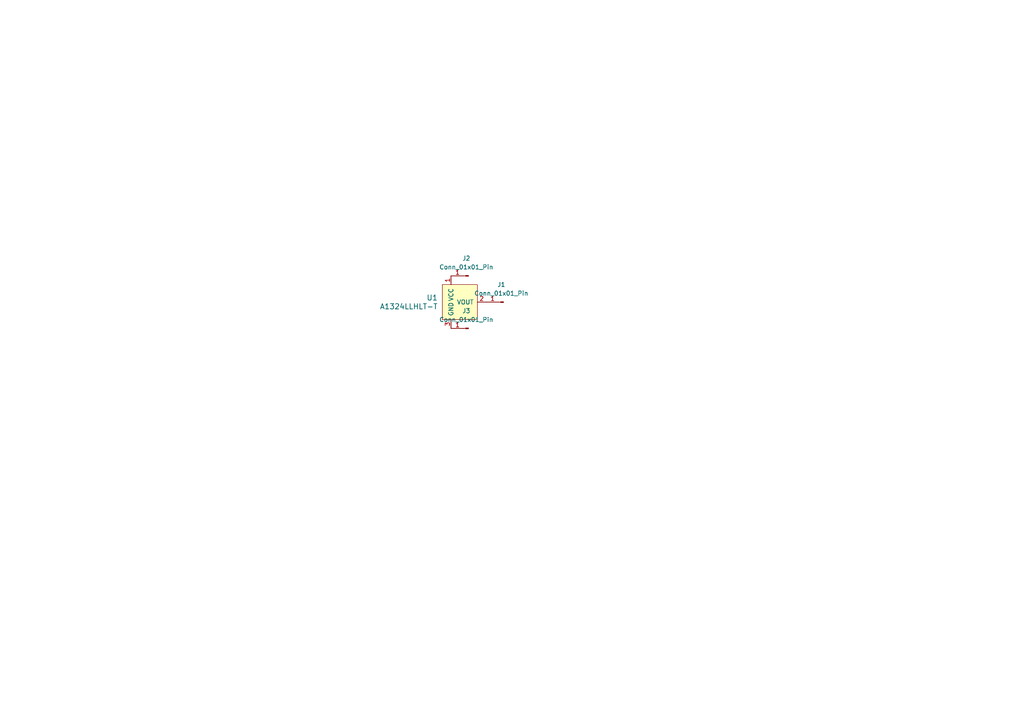
<source format=kicad_sch>
(kicad_sch (version 20230121) (generator eeschema)

  (uuid 6dd89338-8bab-443b-91ff-dff7ebb7d9e8)

  (paper "A4")

  (lib_symbols
    (symbol "Connector:Conn_01x01_Pin" (pin_names (offset 1.016) hide) (in_bom yes) (on_board yes)
      (property "Reference" "J" (at 0 2.54 0)
        (effects (font (size 1.27 1.27)))
      )
      (property "Value" "Conn_01x01_Pin" (at 0 -2.54 0)
        (effects (font (size 1.27 1.27)))
      )
      (property "Footprint" "" (at 0 0 0)
        (effects (font (size 1.27 1.27)) hide)
      )
      (property "Datasheet" "~" (at 0 0 0)
        (effects (font (size 1.27 1.27)) hide)
      )
      (property "ki_locked" "" (at 0 0 0)
        (effects (font (size 1.27 1.27)))
      )
      (property "ki_keywords" "connector" (at 0 0 0)
        (effects (font (size 1.27 1.27)) hide)
      )
      (property "ki_description" "Generic connector, single row, 01x01, script generated" (at 0 0 0)
        (effects (font (size 1.27 1.27)) hide)
      )
      (property "ki_fp_filters" "Connector*:*_1x??_*" (at 0 0 0)
        (effects (font (size 1.27 1.27)) hide)
      )
      (symbol "Conn_01x01_Pin_1_1"
        (polyline
          (pts
            (xy 1.27 0)
            (xy 0.8636 0)
          )
          (stroke (width 0.1524) (type default))
          (fill (type none))
        )
        (rectangle (start 0.8636 0.127) (end 0 -0.127)
          (stroke (width 0.1524) (type default))
          (fill (type outline))
        )
        (pin passive line (at 5.08 0 180) (length 3.81)
          (name "Pin_1" (effects (font (size 1.27 1.27))))
          (number "1" (effects (font (size 1.27 1.27))))
        )
      )
    )
    (symbol "dk_Magnetic-Sensors-Linear-Compass-ICs:A1324LLHLT-T" (pin_names (offset 1.016)) (in_bom yes) (on_board yes)
      (property "Reference" "U" (at -5.08 7.62 0)
        (effects (font (size 1.524 1.524)))
      )
      (property "Value" "A1324LLHLT-T" (at 2.54 -7.62 0)
        (effects (font (size 1.524 1.524)) (justify left))
      )
      (property "Footprint" "digikey-footprints:SOT-23W" (at 5.08 5.08 0)
        (effects (font (size 1.524 1.524)) (justify left) hide)
      )
      (property "Datasheet" "https://www.allegromicro.com/~/media/Files/Datasheets/A1324-5-6-Datasheet.ashx" (at 5.08 7.62 0)
        (effects (font (size 1.524 1.524)) (justify left) hide)
      )
      (property "Digi-Key_PN" "620-1402-1-ND" (at 5.08 10.16 0)
        (effects (font (size 1.524 1.524)) (justify left) hide)
      )
      (property "MPN" "A1324LLHLT-T" (at 5.08 12.7 0)
        (effects (font (size 1.524 1.524)) (justify left) hide)
      )
      (property "Category" "Sensors, Transducers" (at 5.08 15.24 0)
        (effects (font (size 1.524 1.524)) (justify left) hide)
      )
      (property "Family" "Magnetic Sensors - Linear, Compass (ICs)" (at 5.08 17.78 0)
        (effects (font (size 1.524 1.524)) (justify left) hide)
      )
      (property "DK_Datasheet_Link" "https://www.allegromicro.com/~{/media/Files/Datasheets/A1324-5-6-Datasheet.ashx}" (at 5.08 20.32 0)
        (effects (font (size 1.524 1.524)) (justify left) hide)
      )
      (property "DK_Detail_Page" "/product-detail/en/allegro-microsystems-llc/A1324LLHLT-T/620-1402-1-ND/2639992" (at 5.08 22.86 0)
        (effects (font (size 1.524 1.524)) (justify left) hide)
      )
      (property "Description" "SENSOR HALL EFFECT ANALOG SOT23W" (at 5.08 25.4 0)
        (effects (font (size 1.524 1.524)) (justify left) hide)
      )
      (property "Manufacturer" "Allegro MicroSystems, LLC" (at 5.08 27.94 0)
        (effects (font (size 1.524 1.524)) (justify left) hide)
      )
      (property "Status" "Active" (at 5.08 30.48 0)
        (effects (font (size 1.524 1.524)) (justify left) hide)
      )
      (property "ki_keywords" "620-1402-1-ND" (at 0 0 0)
        (effects (font (size 1.27 1.27)) hide)
      )
      (property "ki_description" "SENSOR HALL EFFECT ANALOG SOT23W" (at 0 0 0)
        (effects (font (size 1.27 1.27)) hide)
      )
      (symbol "A1324LLHLT-T_0_1"
        (rectangle (start 7.62 5.08) (end -2.54 -5.08)
          (stroke (width 0) (type solid))
          (fill (type background))
        )
      )
      (symbol "A1324LLHLT-T_1_1"
        (pin power_in line (at 0 7.62 270) (length 2.54)
          (name "VCC" (effects (font (size 1.27 1.27))))
          (number "1" (effects (font (size 1.27 1.27))))
        )
        (pin output line (at 10.16 0 180) (length 2.54)
          (name "VOUT" (effects (font (size 1.27 1.27))))
          (number "2" (effects (font (size 1.27 1.27))))
        )
        (pin power_in line (at 0 -7.62 90) (length 2.54)
          (name "GND" (effects (font (size 1.27 1.27))))
          (number "3" (effects (font (size 1.27 1.27))))
        )
      )
    )
  )


  (symbol (lib_id "Connector:Conn_01x01_Pin") (at 135.89 95.25 180) (unit 1)
    (in_bom yes) (on_board yes) (dnp no) (fields_autoplaced)
    (uuid 06d0ee5a-fddc-419d-be98-0d03623d2ffc)
    (property "Reference" "J3" (at 135.255 90.17 0)
      (effects (font (size 1.27 1.27)))
    )
    (property "Value" "Conn_01x01_Pin" (at 135.255 92.71 0)
      (effects (font (size 1.27 1.27)))
    )
    (property "Footprint" "Connector_PinHeader_1.27mm:PinHeader_1x01_P1.27mm_Vertical" (at 135.89 95.25 0)
      (effects (font (size 1.27 1.27)) hide)
    )
    (property "Datasheet" "~" (at 135.89 95.25 0)
      (effects (font (size 1.27 1.27)) hide)
    )
    (pin "1" (uuid 27c25839-5c30-466b-8cbf-87bf8d8bd930))
    (instances
      (project "magSwitches"
        (path "/6dd89338-8bab-443b-91ff-dff7ebb7d9e8"
          (reference "J3") (unit 1)
        )
      )
    )
  )

  (symbol (lib_id "Connector:Conn_01x01_Pin") (at 135.89 80.01 180) (unit 1)
    (in_bom yes) (on_board yes) (dnp no) (fields_autoplaced)
    (uuid 9fe0df5b-d96a-4686-b7b4-2686ee560ba9)
    (property "Reference" "J2" (at 135.255 74.93 0)
      (effects (font (size 1.27 1.27)))
    )
    (property "Value" "Conn_01x01_Pin" (at 135.255 77.47 0)
      (effects (font (size 1.27 1.27)))
    )
    (property "Footprint" "Connector_PinHeader_1.27mm:PinHeader_1x01_P1.27mm_Vertical" (at 135.89 80.01 0)
      (effects (font (size 1.27 1.27)) hide)
    )
    (property "Datasheet" "~" (at 135.89 80.01 0)
      (effects (font (size 1.27 1.27)) hide)
    )
    (pin "1" (uuid a2df08af-1c55-4a6c-9e6c-d09c4bfbfca6))
    (instances
      (project "magSwitches"
        (path "/6dd89338-8bab-443b-91ff-dff7ebb7d9e8"
          (reference "J2") (unit 1)
        )
      )
    )
  )

  (symbol (lib_id "dk_Magnetic-Sensors-Linear-Compass-ICs:A1324LLHLT-T") (at 130.81 87.63 0) (unit 1)
    (in_bom yes) (on_board yes) (dnp no) (fields_autoplaced)
    (uuid c53098a9-2ea4-4dab-8a02-a4aa6e57a70e)
    (property "Reference" "U1" (at 127 86.36 0)
      (effects (font (size 1.524 1.524)) (justify right))
    )
    (property "Value" "A1324LLHLT-T" (at 127 88.9 0)
      (effects (font (size 1.524 1.524)) (justify right))
    )
    (property "Footprint" "digikey-footprints:SOT-23W" (at 135.89 82.55 0)
      (effects (font (size 1.524 1.524)) (justify left) hide)
    )
    (property "Datasheet" "https://www.allegromicro.com/~/media/Files/Datasheets/A1324-5-6-Datasheet.ashx" (at 135.89 80.01 0)
      (effects (font (size 1.524 1.524)) (justify left) hide)
    )
    (property "Digi-Key_PN" "620-1402-1-ND" (at 135.89 77.47 0)
      (effects (font (size 1.524 1.524)) (justify left) hide)
    )
    (property "MPN" "A1324LLHLT-T" (at 135.89 74.93 0)
      (effects (font (size 1.524 1.524)) (justify left) hide)
    )
    (property "Category" "Sensors, Transducers" (at 135.89 72.39 0)
      (effects (font (size 1.524 1.524)) (justify left) hide)
    )
    (property "Family" "Magnetic Sensors - Linear, Compass (ICs)" (at 135.89 69.85 0)
      (effects (font (size 1.524 1.524)) (justify left) hide)
    )
    (property "DK_Datasheet_Link" "https://www.allegromicro.com/~{/media/Files/Datasheets/A1324-5-6-Datasheet.ashx}" (at 135.89 67.31 0)
      (effects (font (size 1.524 1.524)) (justify left) hide)
    )
    (property "DK_Detail_Page" "/product-detail/en/allegro-microsystems-llc/A1324LLHLT-T/620-1402-1-ND/2639992" (at 135.89 64.77 0)
      (effects (font (size 1.524 1.524)) (justify left) hide)
    )
    (property "Description" "SENSOR HALL EFFECT ANALOG SOT23W" (at 135.89 62.23 0)
      (effects (font (size 1.524 1.524)) (justify left) hide)
    )
    (property "Manufacturer" "Allegro MicroSystems, LLC" (at 135.89 59.69 0)
      (effects (font (size 1.524 1.524)) (justify left) hide)
    )
    (property "Status" "Active" (at 135.89 57.15 0)
      (effects (font (size 1.524 1.524)) (justify left) hide)
    )
    (pin "1" (uuid 609f3cb1-4c1a-475a-a7ba-feddcd074554))
    (pin "2" (uuid 2b0152e1-1cf6-4278-ae40-b0b633ed96a6))
    (pin "3" (uuid f0bed0e7-7a49-454c-84e1-5a588bf46f24))
    (instances
      (project "magSwitches"
        (path "/6dd89338-8bab-443b-91ff-dff7ebb7d9e8"
          (reference "U1") (unit 1)
        )
      )
    )
  )

  (symbol (lib_id "Connector:Conn_01x01_Pin") (at 146.05 87.63 180) (unit 1)
    (in_bom yes) (on_board yes) (dnp no) (fields_autoplaced)
    (uuid f86d65cb-965b-4f50-b033-5e3f3b6832c0)
    (property "Reference" "J1" (at 145.415 82.55 0)
      (effects (font (size 1.27 1.27)))
    )
    (property "Value" "Conn_01x01_Pin" (at 145.415 85.09 0)
      (effects (font (size 1.27 1.27)))
    )
    (property "Footprint" "Connector_PinHeader_1.27mm:PinHeader_1x01_P1.27mm_Vertical" (at 146.05 87.63 0)
      (effects (font (size 1.27 1.27)) hide)
    )
    (property "Datasheet" "~" (at 146.05 87.63 0)
      (effects (font (size 1.27 1.27)) hide)
    )
    (pin "1" (uuid d14bb1d1-27d4-4219-80cf-df765528a97b))
    (instances
      (project "magSwitches"
        (path "/6dd89338-8bab-443b-91ff-dff7ebb7d9e8"
          (reference "J1") (unit 1)
        )
      )
    )
  )

  (sheet_instances
    (path "/" (page "1"))
  )
)

</source>
